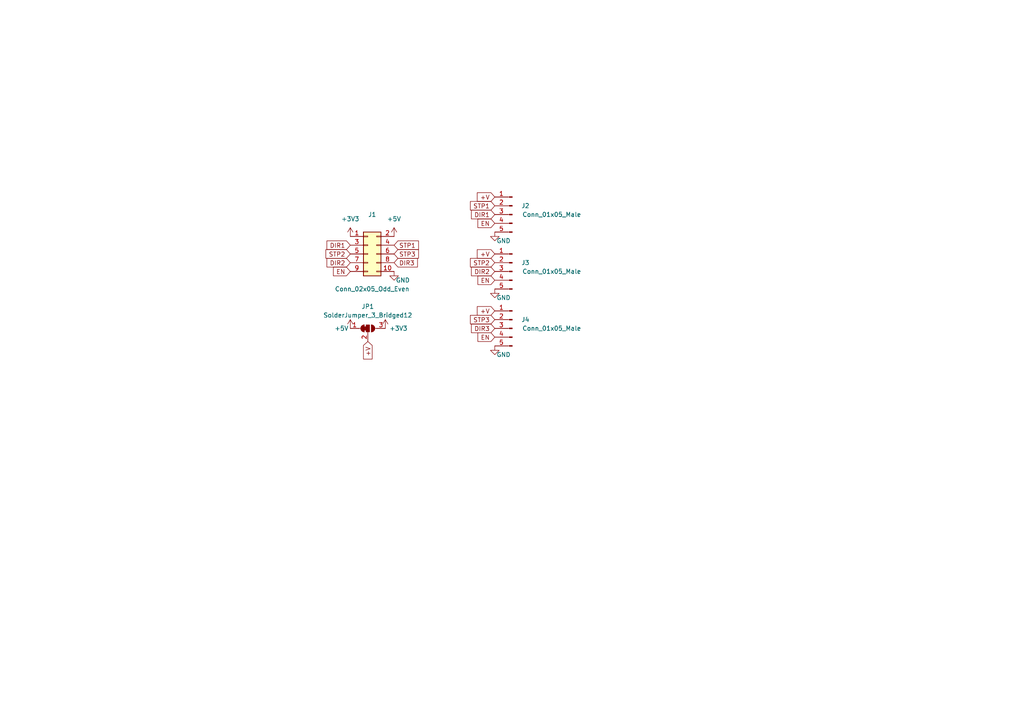
<source format=kicad_sch>
(kicad_sch (version 20211123) (generator eeschema)
  (paper "A4")
  (lib_symbols
    (symbol "Connector:Conn_01x05_Male" (pin_names (offset 1.016) hide)
      (property "Reference" "J" (at 0 7.62 0))
      (property "Value" "Conn_01x05_Male" (at 0 -7.62 0))
      (symbol "Conn_01x05_Male_1_1"
        (polyline (pts (xy 1.27 -5.08) (xy 0.8636 -5.08)) (stroke (width 0.1524)))
        (polyline (pts (xy 1.27 -2.54) (xy 0.8636 -2.54)) (stroke (width 0.1524)))
        (polyline (pts (xy 1.27 0) (xy 0.8636 0)) (stroke (width 0.1524)))
        (polyline (pts (xy 1.27 2.54) (xy 0.8636 2.54)) (stroke (width 0.1524)))
        (polyline (pts (xy 1.27 5.08) (xy 0.8636 5.08)) (stroke (width 0.1524)))
        (rectangle (start 0.8636 -4.953) (end 0 -5.207) (stroke (width 0.1524)) (fill (type outline)))
        (rectangle (start 0.8636 -2.413) (end 0 -2.667) (stroke (width 0.1524)) (fill (type outline)))
        (rectangle (start 0.8636 0.127) (end 0 -0.127) (stroke (width 0.1524)) (fill (type outline)))
        (rectangle (start 0.8636 2.667) (end 0 2.413) (stroke (width 0.1524)) (fill (type outline)))
        (rectangle (start 0.8636 5.207) (end 0 4.953) (stroke (width 0.1524)) (fill (type outline)))
        (pin passive line (at 5.08 5.08 180) (length 3.81) (name "Pin_1") (number "1"))
        (pin passive line (at 5.08 2.54 180) (length 3.81) (name "Pin_2") (number "2"))
        (pin passive line (at 5.08 0 180) (length 3.81) (name "Pin_3") (number "3"))
        (pin passive line (at 5.08 -2.54 180) (length 3.81) (name "Pin_4") (number "4"))
        (pin passive line (at 5.08 -5.08 180) (length 3.81) (name "Pin_5") (number "5"))
      )
    )
    (symbol "Connector_Generic:Conn_02x05_Odd_Even" (pin_names (offset 1.016) hide)
      (property "Reference" "J" (at 1.27 7.62 0))
      (property "Value" "Conn_02x05_Odd_Even" (at 1.27 -7.62 0))
      (symbol "Conn_02x05_Odd_Even_1_1"
        (rectangle (start -1.27 -4.953) (end 0 -5.207) (stroke (width 0.1524)))
        (rectangle (start -1.27 -2.413) (end 0 -2.667) (stroke (width 0.1524)))
        (rectangle (start -1.27 0.127) (end 0 -0.127) (stroke (width 0.1524)))
        (rectangle (start -1.27 2.667) (end 0 2.413) (stroke (width 0.1524)))
        (rectangle (start -1.27 5.207) (end 0 4.953) (stroke (width 0.1524)))
        (rectangle (start -1.27 6.35) (end 3.81 -6.35) (stroke (width 0.254)) (fill (type background)))
        (rectangle (start 3.81 -4.953) (end 2.54 -5.207) (stroke (width 0.1524)))
        (rectangle (start 3.81 -2.413) (end 2.54 -2.667) (stroke (width 0.1524)))
        (rectangle (start 3.81 0.127) (end 2.54 -0.127) (stroke (width 0.1524)))
        (rectangle (start 3.81 2.667) (end 2.54 2.413) (stroke (width 0.1524)))
        (rectangle (start 3.81 5.207) (end 2.54 4.953) (stroke (width 0.1524)))
        (pin passive line (at -5.08 5.08 0) (length 3.81) (name "Pin_1") (number "1"))
        (pin passive line (at 7.62 -5.08 180) (length 3.81) (name "Pin_10") (number "10"))
        (pin passive line (at 7.62 5.08 180) (length 3.81) (name "Pin_2") (number "2"))
        (pin passive line (at -5.08 2.54 0) (length 3.81) (name "Pin_3") (number "3"))
        (pin passive line (at 7.62 2.54 180) (length 3.81) (name "Pin_4") (number "4"))
        (pin passive line (at -5.08 0 0) (length 3.81) (name "Pin_5") (number "5"))
        (pin passive line (at 7.62 0 180) (length 3.81) (name "Pin_6") (number "6"))
        (pin passive line (at -5.08 -2.54 0) (length 3.81) (name "Pin_7") (number "7"))
        (pin passive line (at 7.62 -2.54 180) (length 3.81) (name "Pin_8") (number "8"))
        (pin passive line (at -5.08 -5.08 0) (length 3.81) (name "Pin_9") (number "9"))
      )
    )
    (symbol "Jumper:SolderJumper_3_Bridged12" (pin_names (offset 0) hide)
      (property "Reference" "JP" (at -2.54 -2.54 0))
      (property "Value" "SolderJumper_3_Bridged12" (at 0 2.794 0))
      (symbol "SolderJumper_3_Bridged12_0_1"
        (rectangle (start -1.016 0.508) (end -0.508 -0.508) (fill (type outline)))
        (arc (start -1.016 1.016) (mid -2.032 0) (end -1.016 -1.016))
        (arc (start -1.016 1.016) (mid -2.032 0) (end -1.016 -1.016) (fill (type outline)))
        (rectangle (start -0.508 1.016) (end 0.508 -1.016) (fill (type outline)))
        (polyline (pts (xy -2.54 0) (xy -2.032 0)))
        (polyline (pts (xy -1.016 1.016) (xy -1.016 -1.016)))
        (polyline (pts (xy 0 -1.27) (xy 0 -1.016)))
        (polyline (pts (xy 1.016 1.016) (xy 1.016 -1.016)))
        (polyline (pts (xy 2.54 0) (xy 2.032 0)))
        (arc (start 1.016 -1.016) (mid 2.032 0) (end 1.016 1.016))
        (arc (start 1.016 -1.016) (mid 2.032 0) (end 1.016 1.016) (fill (type outline)))
      )
      (symbol "SolderJumper_3_Bridged12_1_1"
        (pin passive line (at -5.08 0 0) (length 2.54) (name "A") (number "1"))
        (pin passive line (at 0 -3.81 90) (length 2.54) (name "C") (number "2"))
        (pin passive line (at 5.08 0 180) (length 2.54) (name "B") (number "3"))
      )
    )
    (symbol "power:+3.3V" (power) (pin_names (offset 0))
      (property "Value" "+3.3V" (at 0 3.556 0))
      (symbol "+3.3V_0_1"
        (polyline (pts (xy -0.762 1.27) (xy 0 2.54)))
        (polyline (pts (xy 0 0) (xy 0 2.54)))
        (polyline (pts (xy 0 2.54) (xy 0.762 1.27)))
      )
      (symbol "+3.3V_1_1"
        (pin power_in line (at 0 0 90) (length 0) hide (name "+3V3") (number "1"))
      )
    )
    (symbol "power:+5V" (power) (pin_names (offset 0))
      (property "Value" "+5V" (at 0 3.556 0))
      (symbol "+5V_0_1"
        (polyline (pts (xy -0.762 1.27) (xy 0 2.54)))
        (polyline (pts (xy 0 0) (xy 0 2.54)))
        (polyline (pts (xy 0 2.54) (xy 0.762 1.27)))
      )
      (symbol "+5V_1_1"
        (pin power_in line (at 0 0 90) (length 0) hide (name "+5V") (number "1"))
      )
    )
    (symbol "power:GND" (power) (pin_names (offset 0))
      (property "Value" "GND" (at 0 -3.81 0))
      (symbol "GND_0_1"
        (polyline (pts (xy 0 0) (xy 0 -1.27) (xy 1.27 -1.27) (xy 0 -2.54) (xy -1.27 -1.27) (xy 0 -1.27)))
      )
      (symbol "GND_1_1"
        (pin power_in line (at 0 0 270) (length 0) hide (name "GND") (number "1"))
      )
    )
  )
  (global_label "EN" (shape input) (at 143.51 97.79 180) (property "Intersheet References" "${INTERSHEET_REFS}" (effects hide)))
  (global_label "DIR2" (shape input) (at 101.6 76.2 180) (property "Intersheet References" "${INTERSHEET_REFS}" (effects hide)))
  (global_label "EN" (shape input) (at 143.51 64.77 180) (property "Intersheet References" "${INTERSHEET_REFS}" (effects hide)))
  (global_label "+V" (shape input) (at 143.51 73.66 180) (property "Intersheet References" "${INTERSHEET_REFS}" (effects hide)))
  (global_label "STP2" (shape input) (at 101.6 73.66 180) (property "Intersheet References" "${INTERSHEET_REFS}" (effects hide)))
  (global_label "STP1" (shape input) (at 114.3 71.12 0) (property "Intersheet References" "${INTERSHEET_REFS}" (effects hide)))
  (global_label "STP2" (shape input) (at 143.51 76.2 180) (property "Intersheet References" "${INTERSHEET_REFS}" (effects hide)))
  (global_label "DIR1" (shape input) (at 101.6 71.12 180) (property "Intersheet References" "${INTERSHEET_REFS}" (effects hide)))
  (global_label "+V" (shape input) (at 143.51 90.17 180) (property "Intersheet References" "${INTERSHEET_REFS}" (effects hide)))
  (global_label "EN" (shape input) (at 101.6 78.74 180) (property "Intersheet References" "${INTERSHEET_REFS}" (effects hide)))
  (global_label "DIR3" (shape input) (at 114.3 76.2 0) (property "Intersheet References" "${INTERSHEET_REFS}" (effects hide)))
  (global_label "DIR3" (shape input) (at 143.51 95.25 180) (property "Intersheet References" "${INTERSHEET_REFS}" (effects hide)))
  (global_label "+V" (shape input) (at 106.68 99.06 270) (property "Intersheet References" "${INTERSHEET_REFS}" (effects hide)))
  (global_label "STP3" (shape input) (at 114.3 73.66 0) (property "Intersheet References" "${INTERSHEET_REFS}" (effects hide)))
  (global_label "DIR1" (shape input) (at 143.51 62.23 180) (property "Intersheet References" "${INTERSHEET_REFS}" (effects hide)))
  (global_label "+V" (shape input) (at 143.51 57.15 180) (property "Intersheet References" "${INTERSHEET_REFS}" (effects hide)))
  (global_label "EN" (shape input) (at 143.51 81.28 180) (property "Intersheet References" "${INTERSHEET_REFS}" (effects hide)))
  (global_label "STP1" (shape input) (at 143.51 59.69 180) (property "Intersheet References" "${INTERSHEET_REFS}" (effects hide)))
  (global_label "DIR2" (shape input) (at 143.51 78.74 180) (property "Intersheet References" "${INTERSHEET_REFS}" (effects hide)))
  (global_label "STP3" (shape input) (at 143.51 92.71 180) (property "Intersheet References" "${INTERSHEET_REFS}" (effects hide)))
  (symbol (lib_id "Connector_Generic:Conn_02x05_Odd_Even") (at 106.68 73.66 0) (unit 1)
    (property "Reference" "J1" (at 107.95 62.23 0))
    (property "Value" "Conn_02x05_Odd_Even" (at 107.95 83.82 0))
    (property "Footprint" "Connector_PinHeader_1.27mm:PinHeader_2x05_P1.27mm_Vertical_SMD" (effects hide))
  )
  (symbol (lib_id "power:+3.3V") (at 101.6 68.58 0) (unit 1)
    (property "Reference" "#PWR0104" (effects hide))
    (property "Value" "+3.3V" (at 101.6 63.5 0))
  )
  (symbol (lib_id "power:+3.3V") (at 111.76 95.25 0) (unit 1)
    (property "Reference" "#PWR0108" (effects hide))
    (property "Value" "+3.3V" (at 115.57 95.25 0))
  )
  (symbol (lib_id "power:+5V") (at 114.3 68.58 0) (unit 1)
    (property "Reference" "#PWR0105" (effects hide))
    (property "Value" "+5V" (at 114.3 63.5 0))
  )
  (symbol (lib_id "Connector:Conn_01x05_Male") (at 148.59 95.25 0) (mirror y) (unit 1)
    (property "Reference" "J4" (at 152.4 92.71 0))
    (property "Value" "Conn_01x05_Male" (at 160.02 95.25 0))
    (property "Footprint" "Connector_Molex:Molex_KK-254_AE-6410-05A_1x05_P2.54mm_Vertical" (effects hide))
  )
  (symbol (lib_id "Jumper:SolderJumper_3_Bridged12") (at 106.68 95.25 0) (unit 1)
    (property "Reference" "JP1" (at 106.68 88.9 0))
    (property "Value" "SolderJumper_3_Bridged12" (at 106.68 91.44 0))
    (property "Footprint" "Jumper:SolderJumper-3_P1.3mm_Bridged12_RoundedPad1.0x1.5mm" (effects hide))
  )
  (symbol (lib_id "power:+5V") (at 101.6 95.25 0) (unit 1)
    (property "Reference" "#PWR0107" (effects hide))
    (property "Value" "+5V" (at 99.06 95.25 0))
  )
  (symbol (lib_id "Connector:Conn_01x05_Male") (at 148.59 78.74 0) (mirror y) (unit 1)
    (property "Reference" "J3" (at 152.4 76.2 0))
    (property "Value" "Conn_01x05_Male" (at 160.02 78.74 0))
    (property "Footprint" "Connector_Molex:Molex_KK-254_AE-6410-05A_1x05_P2.54mm_Vertical" (effects hide))
  )
  (symbol (lib_id "power:GND") (at 114.3 78.74 0) (unit 1)
    (property "Reference" "#PWR0106" (effects hide))
    (property "Value" "GND" (at 116.84 81.28 0))
  )
  (symbol (lib_id "power:GND") (at 143.51 100.33 0) (unit 1)
    (property "Reference" "#PWR0103" (effects hide))
    (property "Value" "GND" (at 146.05 102.87 0))
  )
  (symbol (lib_id "Connector:Conn_01x05_Male") (at 148.59 62.23 0) (mirror y) (unit 1)
    (property "Reference" "J2" (at 152.4 59.69 0))
    (property "Value" "Conn_01x05_Male" (at 160.02 62.23 0))
    (property "Footprint" "Connector_Molex:Molex_KK-254_AE-6410-05A_1x05_P2.54mm_Vertical" (effects hide))
  )
  (symbol (lib_id "power:GND") (at 143.51 83.82 0) (unit 1)
    (property "Reference" "#PWR0102" (effects hide))
    (property "Value" "GND" (at 146.05 86.36 0))
  )
  (symbol (lib_id "power:GND") (at 143.51 67.31 0) (unit 1)
    (property "Reference" "#PWR0101" (effects hide))
    (property "Value" "GND" (at 146.05 69.85 0))
  )
)
</source>
